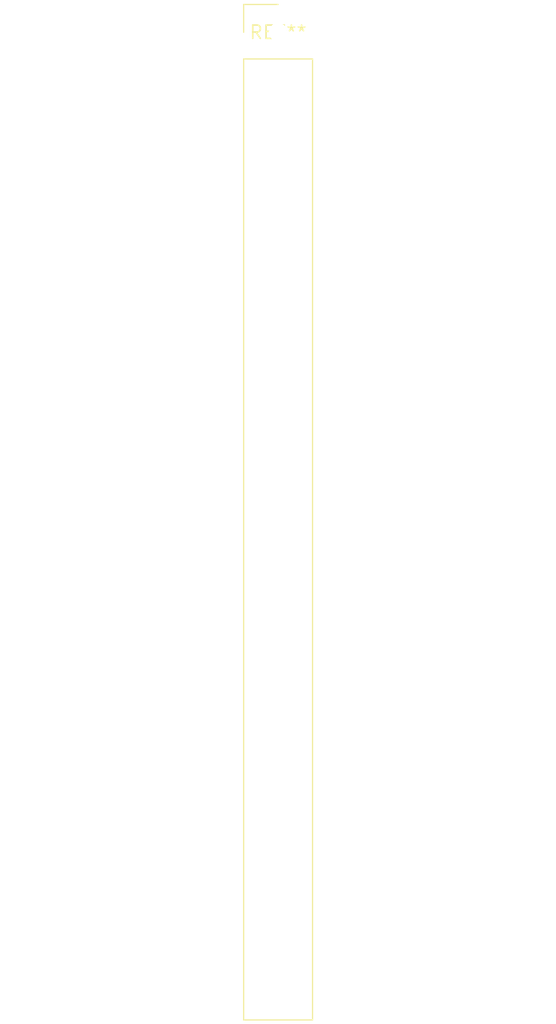
<source format=kicad_pcb>
(kicad_pcb (version 20240108) (generator pcbnew)
  (layers (0 "F.Cu" signal) (31 "B.Cu" signal) (34 "B.Paste" user) (35 "F.Paste" user) (36 "B.SilkS" user "B.Silkscreen") (37 "F.SilkS" user "F.Silkscreen") (38 "B.Mask" user) (39 "F.Mask" user) (44 "Edge.Cuts" user))
  (net 0 "")
  (footprint "Samtec_HPM-19-05-x-S_Straight_1x19_Pitch5.08mm" (layer "F.Cu") (at 0 0)
    (property "Reference" "REF**")
    (property "Value" "Samtec_HPM-19-05-x-S_Straight_1x19_Pitch5.08mm")
    (fp_line (start -3.285 -2.65) (end 0 -2.65) (layer "F.SilkS") (stroke (width 0.12)))
    (fp_line (start -3.285 0) (end -3.285 -2.65) (layer "F.SilkS") (stroke (width 0.12)))
    (fp_line (start -3.285 2.54) (end -3.285 94.09) (layer "F.SilkS") (stroke (width 0.12)))
    (fp_line (start -3.285 2.54) (end 3.285 2.54) (layer "F.SilkS") (stroke (width 0.12)))
    (fp_line (start -3.285 94.09) (end 3.285 94.09) (layer "F.SilkS") (stroke (width 0.12)))
    (fp_line (start 3.285 2.54) (end 3.285 94.09) (layer "F.SilkS") (stroke (width 0.12)))
    (pad "1" thru_hole rect (at 0 0) (size 2.8 2.8) (drill 1.75) (layers *.Cu *.Mask) (remove_unused_layers))
    (pad "2" thru_hole circle (at 0 5.08) (size 2.8 2.8) (drill 1.75) (layers *.Cu *.Mask) (remove_unused_layers))
    (pad "3" thru_hole circle (at 0 10.16) (size 2.8 2.8) (drill 1.75) (layers *.Cu *.Mask) (remove_unused_layers))
    (pad "4" thru_hole circle (at 0 15.24) (size 2.8 2.8) (drill 1.75) (layers *.Cu *.Mask) (remove_unused_layers))
    (pad "5" thru_hole circle (at 0 20.32) (size 2.8 2.8) (drill 1.75) (layers *.Cu *.Mask) (remove_unused_layers))
    (pad "6" thru_hole circle (at 0 25.4) (size 2.8 2.8) (drill 1.75) (layers *.Cu *.Mask) (remove_unused_layers))
    (pad "7" thru_hole circle (at 0 30.48) (size 2.8 2.8) (drill 1.75) (layers *.Cu *.Mask) (remove_unused_layers))
    (pad "8" thru_hole circle (at 0 35.56) (size 2.8 2.8) (drill 1.75) (layers *.Cu *.Mask) (remove_unused_layers))
    (pad "9" thru_hole circle (at 0 40.64) (size 2.8 2.8) (drill 1.75) (layers *.Cu *.Mask) (remove_unused_layers))
    (pad "10" thru_hole circle (at 0 45.72) (size 2.8 2.8) (drill 1.75) (layers *.Cu *.Mask) (remove_unused_layers))
    (pad "11" thru_hole circle (at 0 50.8) (size 2.8 2.8) (drill 1.75) (layers *.Cu *.Mask) (remove_unused_layers))
    (pad "12" thru_hole circle (at 0 55.88) (size 2.8 2.8) (drill 1.75) (layers *.Cu *.Mask) (remove_unused_layers))
    (pad "13" thru_hole circle (at 0 60.96) (size 2.8 2.8) (drill 1.75) (layers *.Cu *.Mask) (remove_unused_layers))
    (pad "14" thru_hole circle (at 0 66.04) (size 2.8 2.8) (drill 1.75) (layers *.Cu *.Mask) (remove_unused_layers))
    (pad "15" thru_hole circle (at 0 71.12) (size 2.8 2.8) (drill 1.75) (layers *.Cu *.Mask) (remove_unused_layers))
    (pad "16" thru_hole circle (at 0 76.2) (size 2.8 2.8) (drill 1.75) (layers *.Cu *.Mask) (remove_unused_layers))
    (pad "17" thru_hole circle (at 0 81.28) (size 2.8 2.8) (drill 1.75) (layers *.Cu *.Mask) (remove_unused_layers))
    (pad "18" thru_hole circle (at 0 86.36) (size 2.8 2.8) (drill 1.75) (layers *.Cu *.Mask) (remove_unused_layers))
    (pad "19" thru_hole circle (at 0 91.44) (size 2.8 2.8) (drill 1.75) (layers *.Cu *.Mask) (remove_unused_layers))
  )
)
</source>
